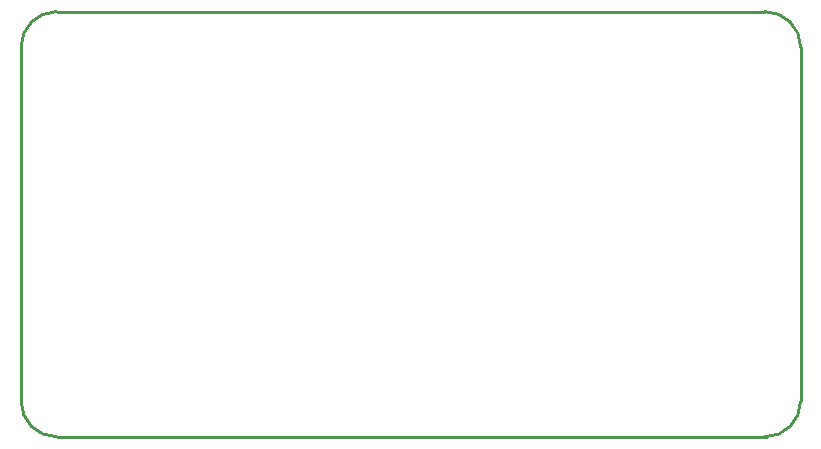
<source format=gko>
G04 Layer: BoardOutlineLayer*
G04 EasyEDA v6.5.22, 2023-04-21 16:03:43*
G04 4c68439a23b5444c8928c868920feb27,770f932475b44407b2c7c1ef503837d0,10*
G04 Gerber Generator version 0.2*
G04 Scale: 100 percent, Rotated: No, Reflected: No *
G04 Dimensions in millimeters *
G04 leading zeros omitted , absolute positions ,4 integer and 5 decimal *
%FSLAX45Y45*%
%MOMM*%

%ADD10C,0.2540*%
D10*
X-5999987Y-3299993D02*
G01*
X17886Y-3299993D01*
X0Y299999D02*
G01*
X-5999987Y299999D01*
X299999Y-2999993D02*
G01*
X299999Y0D01*
X-6299987Y0D02*
G01*
X-6299987Y-2999993D01*
G75*
G01*
X-5999988Y299999D02*
G03*
X-6299987Y0I0J-299999D01*
G75*
G01*
X-6299987Y-2999994D02*
G03*
X-5999988Y-3299993I299999J0D01*
G75*
G01*
X0Y-3299993D02*
G03*
X299999Y-2999994I0J299999D01*
G75*
G01*
X299999Y0D02*
G03*
X0Y299999I-299999J0D01*

%LPD*%
M02*

</source>
